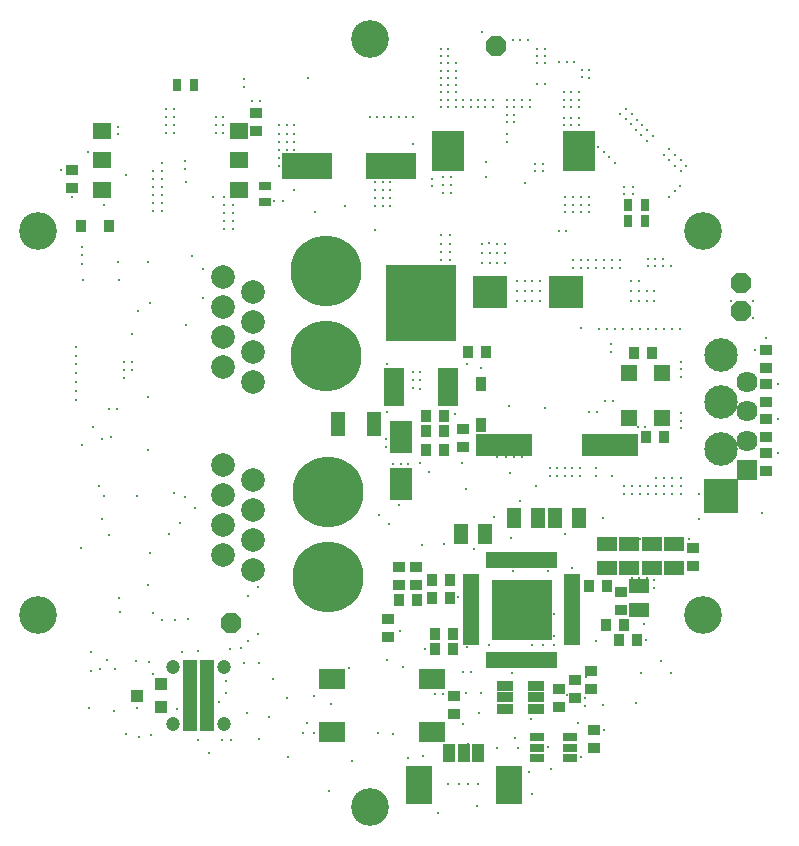
<source format=gts>
G04*
G04 #@! TF.GenerationSoftware,Altium Limited,Altium Designer,22.1.2 (22)*
G04*
G04 Layer_Color=8388736*
%FSLAX25Y25*%
%MOIN*%
G70*
G04*
G04 #@! TF.SameCoordinates,718D4045-E2B1-425D-88C3-508A2C93E544*
G04*
G04*
G04 #@! TF.FilePolarity,Negative*
G04*
G01*
G75*
%ADD55R,0.23635X0.25210*%
%ADD56R,0.07099X0.12611*%
%ADD57R,0.03800X0.04300*%
%ADD58R,0.03472X0.03972*%
%ADD59R,0.18517X0.07296*%
%ADD60R,0.04300X0.03800*%
%ADD61R,0.03359X0.04619*%
%ADD62R,0.07493X0.10642*%
%ADD63R,0.11784X0.10918*%
%ADD64R,0.16548X0.08674*%
%ADD65R,0.05603X0.03241*%
%ADD66R,0.04422X0.04028*%
%ADD67R,0.09068X0.12611*%
%ADD68R,0.03950X0.05918*%
%ADD69R,0.03972X0.03472*%
%ADD70R,0.04973X0.07965*%
%ADD71R,0.04540X0.03162*%
%ADD72R,0.08674X0.06706*%
%ADD73R,0.05524X0.05524*%
%ADD74R,0.04551X0.06551*%
%ADD75R,0.06551X0.04551*%
%ADD76R,0.06800X0.04800*%
%ADD77R,0.04737X0.01981*%
%ADD78R,0.05918X0.05406*%
%ADD79P,0.07360X8X202.5*%
%ADD80P,0.07360X8X292.5*%
%ADD81R,0.03583X0.03976*%
%ADD82R,0.20485X0.20485*%
%ADD83R,0.02060X0.05603*%
%ADD84R,0.05603X0.02060*%
%ADD85R,0.03162X0.03950*%
%ADD86R,0.03950X0.03162*%
%ADD87R,0.11036X0.13398*%
%ADD88C,0.23635*%
%ADD89R,0.07060X0.07060*%
%ADD90C,0.07060*%
%ADD91C,0.00800*%
%ADD92R,0.11194X0.11194*%
%ADD93C,0.11194*%
%ADD94C,0.04737*%
%ADD95C,0.07887*%
%ADD96C,0.12611*%
%ADD97C,0.01181*%
D55*
X16800Y168134D02*
D03*
D56*
X25796Y139866D02*
D03*
X7804D02*
D03*
D57*
X18500Y130300D02*
D03*
X24500D02*
D03*
X18500Y118900D02*
D03*
X24500D02*
D03*
X87900Y151200D02*
D03*
X93900D02*
D03*
X97800Y123300D02*
D03*
X91800D02*
D03*
X27400Y52663D02*
D03*
X21400D02*
D03*
X88900Y55600D02*
D03*
X82900D02*
D03*
X26500Y69630D02*
D03*
X20500D02*
D03*
D58*
X24500Y125300D02*
D03*
X18500D02*
D03*
X32600Y151800D02*
D03*
X38600D02*
D03*
X72896Y73627D02*
D03*
X78896D02*
D03*
X26500Y75700D02*
D03*
X20500D02*
D03*
X78528Y60537D02*
D03*
X84528D02*
D03*
X21500Y57600D02*
D03*
X27500D02*
D03*
X9428Y69137D02*
D03*
X15428D02*
D03*
D59*
X79928Y120537D02*
D03*
X44497D02*
D03*
D60*
X31000Y120000D02*
D03*
Y126000D02*
D03*
X74500Y19700D02*
D03*
Y25700D02*
D03*
X68229Y42437D02*
D03*
Y36437D02*
D03*
X15096Y80127D02*
D03*
Y74127D02*
D03*
X9596Y80127D02*
D03*
Y74127D02*
D03*
X-99600Y212400D02*
D03*
Y206400D02*
D03*
X-38000Y231300D02*
D03*
Y225300D02*
D03*
X5800Y56500D02*
D03*
Y62500D02*
D03*
X73628Y45337D02*
D03*
Y39337D02*
D03*
X83429Y71737D02*
D03*
Y65737D02*
D03*
D61*
X36800Y140850D02*
D03*
Y127150D02*
D03*
D62*
X10300Y107526D02*
D03*
Y123274D02*
D03*
D63*
X65299Y171501D02*
D03*
X39945D02*
D03*
D64*
X6900Y213800D02*
D03*
X-21053D02*
D03*
D65*
X55110Y32760D02*
D03*
Y40240D02*
D03*
X44795D02*
D03*
Y36500D02*
D03*
Y32760D02*
D03*
X55110Y36500D02*
D03*
D66*
X-77737Y37100D02*
D03*
X-69863Y33360D02*
D03*
Y40840D02*
D03*
D67*
X16139Y7187D02*
D03*
X46061Y7187D02*
D03*
D68*
X26179Y18013D02*
D03*
X31100D02*
D03*
X36021Y18013D02*
D03*
D69*
X132000Y129400D02*
D03*
Y123400D02*
D03*
X107400Y80400D02*
D03*
Y86400D02*
D03*
X27900Y30900D02*
D03*
Y36900D02*
D03*
X62828Y39437D02*
D03*
Y33437D02*
D03*
X132000Y111900D02*
D03*
Y117900D02*
D03*
Y134900D02*
D03*
Y140900D02*
D03*
Y146400D02*
D03*
Y152400D02*
D03*
D70*
X-10916Y127600D02*
D03*
X1116D02*
D03*
D71*
X55587Y16454D02*
D03*
Y19800D02*
D03*
Y23146D02*
D03*
X66413Y16454D02*
D03*
Y19800D02*
D03*
Y23146D02*
D03*
D72*
X-12932Y42758D02*
D03*
Y25042D02*
D03*
X20532D02*
D03*
Y42758D02*
D03*
D73*
X97214Y129800D02*
D03*
X86190D02*
D03*
X97214Y144700D02*
D03*
X86190D02*
D03*
D74*
X56000Y96200D02*
D03*
X48000D02*
D03*
X38100Y90903D02*
D03*
X30100D02*
D03*
X61600Y96200D02*
D03*
X69600D02*
D03*
D75*
X78900Y79700D02*
D03*
Y87700D02*
D03*
X101228D02*
D03*
Y79700D02*
D03*
D76*
X89529Y65737D02*
D03*
Y73737D02*
D03*
X86343Y87700D02*
D03*
Y79700D02*
D03*
X93786Y87700D02*
D03*
Y79700D02*
D03*
D77*
X-60169Y26300D02*
D03*
Y28269D02*
D03*
Y30237D02*
D03*
Y32206D02*
D03*
Y34174D02*
D03*
Y36143D02*
D03*
Y38111D02*
D03*
Y40080D02*
D03*
Y42048D02*
D03*
Y44017D02*
D03*
Y45985D02*
D03*
Y47954D02*
D03*
X-54500D02*
D03*
Y45985D02*
D03*
Y44017D02*
D03*
Y42048D02*
D03*
Y40080D02*
D03*
Y38111D02*
D03*
Y36143D02*
D03*
Y34174D02*
D03*
Y32206D02*
D03*
Y30237D02*
D03*
Y28269D02*
D03*
Y26300D02*
D03*
D78*
X-43666Y215580D02*
D03*
X-89571D02*
D03*
X-43666Y205737D02*
D03*
Y225422D02*
D03*
X-89571D02*
D03*
Y205737D02*
D03*
D79*
X123628Y174637D02*
D03*
Y165337D02*
D03*
D80*
X-46500Y61200D02*
D03*
X42000Y253800D02*
D03*
D81*
X-87272Y193700D02*
D03*
X-96328D02*
D03*
D82*
X50428Y65737D02*
D03*
D83*
X61255Y49005D02*
D03*
X59287D02*
D03*
X51413D02*
D03*
X39602Y82469D02*
D03*
X41570D02*
D03*
X43539D02*
D03*
X45507D02*
D03*
X47476D02*
D03*
X49444D02*
D03*
X51413D02*
D03*
X53381D02*
D03*
X55350D02*
D03*
X57318D02*
D03*
X59287D02*
D03*
X61255D02*
D03*
X57318Y49005D02*
D03*
X55350D02*
D03*
X53381D02*
D03*
X49444D02*
D03*
X47476D02*
D03*
X45507D02*
D03*
X43539D02*
D03*
X41570D02*
D03*
X39602D02*
D03*
D84*
X67161Y64753D02*
D03*
Y58847D02*
D03*
Y54910D02*
D03*
X33696D02*
D03*
Y56879D02*
D03*
Y66721D02*
D03*
X67161Y76564D02*
D03*
Y74595D02*
D03*
Y72627D02*
D03*
Y70658D02*
D03*
Y68690D02*
D03*
Y66721D02*
D03*
Y62784D02*
D03*
Y60816D02*
D03*
Y56879D02*
D03*
X33696Y58847D02*
D03*
Y60816D02*
D03*
Y62784D02*
D03*
Y64753D02*
D03*
Y68690D02*
D03*
Y70658D02*
D03*
Y72627D02*
D03*
Y74595D02*
D03*
Y76564D02*
D03*
D85*
X85970Y200600D02*
D03*
X91482D02*
D03*
X91456Y195400D02*
D03*
X85944D02*
D03*
X-58944Y240600D02*
D03*
X-64456D02*
D03*
D86*
X-35200Y207056D02*
D03*
Y201544D02*
D03*
D87*
X69600Y218600D02*
D03*
X25899D02*
D03*
D88*
X-14200Y76789D02*
D03*
Y105135D02*
D03*
X-14700Y178694D02*
D03*
Y150347D02*
D03*
D89*
X125700Y112272D02*
D03*
D90*
Y122114D02*
D03*
Y131957D02*
D03*
Y141799D02*
D03*
D91*
X130386Y97827D02*
D03*
X69071Y27871D02*
D03*
X52929Y11729D02*
D03*
X-41201Y31426D02*
D03*
X36201D02*
D03*
X-57335Y51890D02*
D03*
Y22363D02*
D03*
X-74000Y73919D02*
D03*
Y118919D02*
D03*
Y136680D02*
D03*
Y181680D02*
D03*
D92*
X117000Y103732D02*
D03*
D93*
Y119323D02*
D03*
Y134913D02*
D03*
Y150504D02*
D03*
D94*
X-65799Y27678D02*
D03*
Y46576D02*
D03*
X-48870Y27678D02*
D03*
Y46576D02*
D03*
D95*
X-39000Y108919D02*
D03*
Y98919D02*
D03*
Y88919D02*
D03*
Y78919D02*
D03*
X-49000Y113919D02*
D03*
Y103919D02*
D03*
Y93919D02*
D03*
Y83919D02*
D03*
X-39000Y171680D02*
D03*
Y161680D02*
D03*
Y151680D02*
D03*
Y141680D02*
D03*
X-49000Y176680D02*
D03*
Y166680D02*
D03*
Y156680D02*
D03*
Y146680D02*
D03*
D96*
X0Y255906D02*
D03*
X110810Y191929D02*
D03*
X-110810D02*
D03*
Y63976D02*
D03*
X110810D02*
D03*
X0Y0D02*
D03*
D97*
X92400Y182700D02*
D03*
X95009D02*
D03*
X97618D02*
D03*
X-13900Y5200D02*
D03*
X32000Y105900D02*
D03*
X16600Y144900D02*
D03*
X14127D02*
D03*
X5500Y147700D02*
D03*
X-83900Y69600D02*
D03*
X7723Y122709D02*
D03*
Y120109D02*
D03*
X5161D02*
D03*
X14127Y139484D02*
D03*
Y142150D02*
D03*
X16600D02*
D03*
X-20900Y242900D02*
D03*
X-27808Y213695D02*
D03*
X-25316D02*
D03*
X-27808Y216387D02*
D03*
X-25316D02*
D03*
X-27808Y227171D02*
D03*
X-25316D02*
D03*
X-27808Y224479D02*
D03*
X-25316D02*
D03*
Y221787D02*
D03*
X-27808D02*
D03*
X-25316Y219095D02*
D03*
X-27808D02*
D03*
X-30300Y227171D02*
D03*
Y219072D02*
D03*
Y221772D02*
D03*
Y224471D02*
D03*
X58200Y132900D02*
D03*
X-84100Y181600D02*
D03*
X-83600Y64900D02*
D03*
X-72600Y64500D02*
D03*
X41500Y59400D02*
D03*
X75084Y55184D02*
D03*
X37000Y38000D02*
D03*
X-37300Y57800D02*
D03*
X-7076Y46398D02*
D03*
X1400Y192300D02*
D03*
X-94231Y218269D02*
D03*
X-65600Y104487D02*
D03*
X-37175Y48100D02*
D03*
X-32400Y42500D02*
D03*
X-40678Y55381D02*
D03*
X23700Y190489D02*
D03*
X26528D02*
D03*
X36900Y146200D02*
D03*
X26543Y169660D02*
D03*
Y172352D02*
D03*
Y175044D02*
D03*
X20971Y169660D02*
D03*
Y172352D02*
D03*
Y175044D02*
D03*
X23772Y169660D02*
D03*
Y172352D02*
D03*
Y175044D02*
D03*
X26528Y182413D02*
D03*
Y185105D02*
D03*
Y187797D02*
D03*
X23700D02*
D03*
Y185105D02*
D03*
Y182413D02*
D03*
X-30300Y216400D02*
D03*
Y213671D02*
D03*
X50550Y116700D02*
D03*
X47800D02*
D03*
X45050D02*
D03*
X42300D02*
D03*
X28100Y131000D02*
D03*
X30681Y114603D02*
D03*
X46100Y133800D02*
D03*
X46600Y111300D02*
D03*
X16600Y139400D02*
D03*
X5600Y131480D02*
D03*
X32281Y147700D02*
D03*
X-18501Y198428D02*
D03*
X-8600Y200200D02*
D03*
X-25400Y205500D02*
D03*
X90219Y44600D02*
D03*
X53758Y4400D02*
D03*
X22600Y-2100D02*
D03*
X-289Y229900D02*
D03*
X30800Y45000D02*
D03*
X-18880Y36820D02*
D03*
X-13200Y34365D02*
D03*
X64900Y91100D02*
D03*
X53900Y54000D02*
D03*
X-27500Y16781D02*
D03*
X46900Y89700D02*
D03*
X-6152Y15474D02*
D03*
X78000Y179700D02*
D03*
X-99500Y203200D02*
D03*
X61271Y64174D02*
D03*
X61200Y57100D02*
D03*
X58035D02*
D03*
X21600Y37700D02*
D03*
X24300D02*
D03*
X33500Y45000D02*
D03*
X-85474Y32100D02*
D03*
X-87755Y48935D02*
D03*
X-93169Y45460D02*
D03*
X-90136Y45881D02*
D03*
X-93169Y51500D02*
D03*
X62828Y33437D02*
D03*
X57500Y32760D02*
D03*
X71700Y33700D02*
D03*
X77500Y33900D02*
D03*
X18231Y52631D02*
D03*
X47352Y44700D02*
D03*
X78000Y25700D02*
D03*
X59338Y20138D02*
D03*
X71700Y36154D02*
D03*
X88444Y34600D02*
D03*
X53400Y29300D02*
D03*
X71860Y43441D02*
D03*
X56300Y36500D02*
D03*
X45095D02*
D03*
X39671Y54091D02*
D03*
X65600Y37319D02*
D03*
X26019Y7782D02*
D03*
X12450Y16419D02*
D03*
X87200Y76419D02*
D03*
X92200D02*
D03*
X54800Y64219D02*
D03*
X58035D02*
D03*
X61200Y54100D02*
D03*
X-88800Y103700D02*
D03*
X-86534Y123362D02*
D03*
X-89500Y122600D02*
D03*
X-89300Y96100D02*
D03*
X-90500Y107100D02*
D03*
X-46700Y61200D02*
D03*
X-27734Y36366D02*
D03*
X-33900Y30100D02*
D03*
X-37000Y22626D02*
D03*
X-21132Y27869D02*
D03*
X-53900Y18100D02*
D03*
X-73137Y23863D02*
D03*
X-77137Y23363D02*
D03*
X-81300Y24300D02*
D03*
X-87039Y90800D02*
D03*
X-73500Y84500D02*
D03*
X-43100Y53100D02*
D03*
X-65100Y62200D02*
D03*
X-60700Y62569D02*
D03*
X-77811Y103722D02*
D03*
X-73800Y48400D02*
D03*
X-77710Y32947D02*
D03*
X-96300Y86300D02*
D03*
X-69481Y62181D02*
D03*
X-67136Y90938D02*
D03*
X-62700Y51700D02*
D03*
X-78000Y48800D02*
D03*
X-96200Y120600D02*
D03*
X-92460Y126619D02*
D03*
X-58600Y99500D02*
D03*
X-46700Y52600D02*
D03*
X-40678Y70441D02*
D03*
X31800Y37900D02*
D03*
X30977Y27494D02*
D03*
X-85200Y46100D02*
D03*
X-72600Y44340D02*
D03*
X-93700Y33100D02*
D03*
X-87200Y132500D02*
D03*
X12623Y111800D02*
D03*
X7500D02*
D03*
X10061D02*
D03*
X7500Y114400D02*
D03*
X10061D02*
D03*
X12623D02*
D03*
X6300Y94319D02*
D03*
X9600Y100500D02*
D03*
X41081Y96500D02*
D03*
X5161Y122709D02*
D03*
X32300Y53259D02*
D03*
X57400Y54014D02*
D03*
X65319Y192100D02*
D03*
X62900D02*
D03*
X-84500Y132500D02*
D03*
X-79400Y145750D02*
D03*
X-98200Y135700D02*
D03*
Y138650D02*
D03*
X58200Y250285D02*
D03*
X67900Y248200D02*
D03*
X62900D02*
D03*
X65400D02*
D03*
X72800Y245500D02*
D03*
Y243000D02*
D03*
X70500Y243300D02*
D03*
Y245800D02*
D03*
X55700Y240900D02*
D03*
X58200D02*
D03*
X69500Y227200D02*
D03*
Y229626D02*
D03*
Y233300D02*
D03*
Y238160D02*
D03*
Y235730D02*
D03*
X47400Y255700D02*
D03*
X52400D02*
D03*
X49900D02*
D03*
X64500Y233300D02*
D03*
X53222D02*
D03*
X67000Y235730D02*
D03*
X64500Y238160D02*
D03*
X50610Y233300D02*
D03*
X55700Y252712D02*
D03*
X67000Y238160D02*
D03*
X53222Y235726D02*
D03*
X58200Y247859D02*
D03*
X45387Y233300D02*
D03*
X55700Y250285D02*
D03*
X64500Y235730D02*
D03*
X47999Y235726D02*
D03*
X67000Y233300D02*
D03*
X45387Y235726D02*
D03*
X47999Y233300D02*
D03*
X50610Y235726D02*
D03*
X58200Y252712D02*
D03*
X55700Y247859D02*
D03*
X-73500Y167900D02*
D03*
X67000Y229626D02*
D03*
Y227200D02*
D03*
X64500Y229626D02*
D03*
Y227200D02*
D03*
X24280Y204600D02*
D03*
Y207292D02*
D03*
Y209984D02*
D03*
X-103000Y212400D02*
D03*
X-61500Y160800D02*
D03*
X67161Y79500D02*
D03*
X-42100Y48100D02*
D03*
X-46600Y22400D02*
D03*
X-49600D02*
D03*
X-82100Y148400D02*
D03*
Y143000D02*
D03*
Y145750D02*
D03*
X-79400Y148400D02*
D03*
Y157481D02*
D03*
X-77303Y165240D02*
D03*
X-98200Y144550D02*
D03*
Y141600D02*
D03*
Y147500D02*
D03*
Y150450D02*
D03*
Y153400D02*
D03*
X100300Y44800D02*
D03*
X97000Y48800D02*
D03*
X-95800Y175500D02*
D03*
X-50381Y34881D02*
D03*
X-68150Y39226D02*
D03*
Y34874D02*
D03*
X-48100Y38100D02*
D03*
X-64400Y32500D02*
D03*
X37300Y258300D02*
D03*
X127700Y162900D02*
D03*
X87100Y230900D02*
D03*
X88900Y229100D02*
D03*
X90600Y227300D02*
D03*
X92300Y225500D02*
D03*
X94100Y223700D02*
D03*
X85300Y232700D02*
D03*
X103400Y211900D02*
D03*
X101550Y213750D02*
D03*
X99700Y215600D02*
D03*
X97850Y217450D02*
D03*
X97618Y180200D02*
D03*
X100226D02*
D03*
X92400D02*
D03*
X95009D02*
D03*
X103100Y207000D02*
D03*
X26000Y252742D02*
D03*
X23400D02*
D03*
X26000Y250312D02*
D03*
X23400D02*
D03*
X-84200Y224240D02*
D03*
Y226780D02*
D03*
X99680Y219280D02*
D03*
X101530Y217430D02*
D03*
X101400Y205200D02*
D03*
X87400Y204200D02*
D03*
Y206700D02*
D03*
X84700D02*
D03*
Y204200D02*
D03*
X97786Y159400D02*
D03*
X100471D02*
D03*
X103157D02*
D03*
X77600Y96400D02*
D03*
X-42100Y242600D02*
D03*
Y240000D02*
D03*
X-63400Y94800D02*
D03*
X95100Y159400D02*
D03*
X35600Y200D02*
D03*
X2500Y24558D02*
D03*
X9814Y58586D02*
D03*
X41500Y66319D02*
D03*
X58035Y66825D02*
D03*
X54800Y66800D02*
D03*
X91300Y60900D02*
D03*
X49300Y19700D02*
D03*
X48100Y23046D02*
D03*
X60200Y12700D02*
D03*
X32500Y15327D02*
D03*
X32600Y21100D02*
D03*
X17600Y17123D02*
D03*
X36000Y7782D02*
D03*
X29400D02*
D03*
X32700D02*
D03*
X42116Y19700D02*
D03*
X70200Y16500D02*
D03*
X-61700Y103400D02*
D03*
X90000Y89400D02*
D03*
X-22500Y24600D02*
D03*
X-18750D02*
D03*
X29200Y69900D02*
D03*
X5644Y49069D02*
D03*
X10909Y46760D02*
D03*
X19500Y111622D02*
D03*
X47476Y78546D02*
D03*
X59273Y78481D02*
D03*
X91900Y55500D02*
D03*
X-88800Y200500D02*
D03*
X-37300Y73200D02*
D03*
X-39557Y235300D02*
D03*
X-36900D02*
D03*
X-59400Y183700D02*
D03*
X-55900Y179400D02*
D03*
X-83900Y175500D02*
D03*
X34600Y86100D02*
D03*
X131900Y156200D02*
D03*
X128100Y152400D02*
D03*
X135900Y140900D02*
D03*
Y129400D02*
D03*
Y117900D02*
D03*
X109500Y96000D02*
D03*
Y104300D02*
D03*
X81000Y135400D02*
D03*
X78300D02*
D03*
X7500Y24400D02*
D03*
X76300Y159400D02*
D03*
X75666Y131633D02*
D03*
X73000D02*
D03*
X89100Y126800D02*
D03*
X91600D02*
D03*
X103402Y126200D02*
D03*
Y128700D02*
D03*
Y131200D02*
D03*
X50000Y102000D02*
D03*
X55100Y106900D02*
D03*
X103400Y148400D02*
D03*
Y145900D02*
D03*
Y143400D02*
D03*
X80650Y110200D02*
D03*
X16400Y114603D02*
D03*
X-81472Y210737D02*
D03*
X-85900Y192100D02*
D03*
Y194802D02*
D03*
X-52500Y203400D02*
D03*
X-72469Y198781D02*
D03*
X-55800Y169800D02*
D03*
X103380Y215580D02*
D03*
X105230Y213730D02*
D03*
X-69600Y214697D02*
D03*
X-96000Y186800D02*
D03*
Y183850D02*
D03*
X-88500Y194802D02*
D03*
Y192100D02*
D03*
X106200Y89400D02*
D03*
X103400Y109700D02*
D03*
Y107000D02*
D03*
Y104300D02*
D03*
X100700Y109700D02*
D03*
Y107000D02*
D03*
Y104300D02*
D03*
X94600Y73000D02*
D03*
Y75500D02*
D03*
X89700Y76419D02*
D03*
X64800Y110200D02*
D03*
X-48700Y203400D02*
D03*
Y200700D02*
D03*
X-45900D02*
D03*
Y198000D02*
D03*
Y195300D02*
D03*
Y192600D02*
D03*
X-48700D02*
D03*
Y195300D02*
D03*
Y198000D02*
D03*
X45531Y224247D02*
D03*
X120100Y168500D02*
D03*
X127500D02*
D03*
X83300Y231100D02*
D03*
X74200Y221800D02*
D03*
X70100Y159600D02*
D03*
X92414Y159400D02*
D03*
X89728D02*
D03*
X87043D02*
D03*
X84357D02*
D03*
X81671D02*
D03*
X78986D02*
D03*
X80100Y154300D02*
D03*
Y151700D02*
D03*
X75100Y110200D02*
D03*
X62274D02*
D03*
X59773D02*
D03*
X67273D02*
D03*
X69774D02*
D03*
Y112866D02*
D03*
X67273D02*
D03*
X59773D02*
D03*
X62274D02*
D03*
X64773D02*
D03*
X45387Y230800D02*
D03*
Y228300D02*
D03*
X40751Y235730D02*
D03*
X38321D02*
D03*
X35891D02*
D03*
X33461D02*
D03*
X31030D02*
D03*
X23400Y247882D02*
D03*
Y245451D02*
D03*
Y243021D02*
D03*
Y240591D02*
D03*
Y238160D02*
D03*
Y235730D02*
D03*
Y233300D02*
D03*
X-72469Y212040D02*
D03*
Y201413D02*
D03*
Y206727D02*
D03*
Y204070D02*
D03*
Y209384D02*
D03*
X-49000Y230000D02*
D03*
Y227343D02*
D03*
Y224687D02*
D03*
X-51500D02*
D03*
Y227343D02*
D03*
Y230000D02*
D03*
X-65427Y224757D02*
D03*
Y230070D02*
D03*
Y227414D02*
D03*
Y232727D02*
D03*
X-68148Y224757D02*
D03*
Y227414D02*
D03*
Y230070D02*
D03*
Y232727D02*
D03*
X-61600Y208300D02*
D03*
X-69600Y198757D02*
D03*
Y201413D02*
D03*
Y204070D02*
D03*
Y206727D02*
D03*
Y212040D02*
D03*
Y209384D02*
D03*
X-61719Y212760D02*
D03*
X64800Y203300D02*
D03*
Y200750D02*
D03*
Y198200D02*
D03*
X67500D02*
D03*
Y200750D02*
D03*
Y203300D02*
D03*
X70200Y198300D02*
D03*
Y200800D02*
D03*
Y203300D02*
D03*
X72900D02*
D03*
Y200800D02*
D03*
Y198300D02*
D03*
X92100Y222100D02*
D03*
X90300Y223900D02*
D03*
X88600Y225700D02*
D03*
X86900Y227500D02*
D03*
X85100Y229300D02*
D03*
X76000Y220000D02*
D03*
X77800Y218200D02*
D03*
X79600Y216500D02*
D03*
X81400Y214800D02*
D03*
X79600Y216500D02*
D03*
X-32000Y201937D02*
D03*
X80650Y179700D02*
D03*
X75350D02*
D03*
X67400D02*
D03*
X70050D02*
D03*
X72700D02*
D03*
X83300D02*
D03*
Y182200D02*
D03*
X72700D02*
D03*
X70050D02*
D03*
X67400D02*
D03*
X51500Y208100D02*
D03*
X47999Y228300D02*
D03*
Y230800D02*
D03*
X54800Y211900D02*
D03*
Y214400D02*
D03*
X57400Y211900D02*
D03*
Y214400D02*
D03*
X99600Y203400D02*
D03*
X11862Y229900D02*
D03*
X9432D02*
D03*
X7001D02*
D03*
X4571D02*
D03*
X2141D02*
D03*
X26000Y233300D02*
D03*
Y235730D02*
D03*
Y238160D02*
D03*
Y240591D02*
D03*
Y243021D02*
D03*
Y245451D02*
D03*
Y247882D02*
D03*
X28600D02*
D03*
Y245451D02*
D03*
Y243021D02*
D03*
Y240591D02*
D03*
Y238160D02*
D03*
Y235730D02*
D03*
X31030Y233300D02*
D03*
X28600D02*
D03*
X33461D02*
D03*
X35891D02*
D03*
X38321D02*
D03*
X40751D02*
D03*
X26880Y209984D02*
D03*
Y207292D02*
D03*
Y204600D02*
D03*
X20700Y207000D02*
D03*
X14200Y220900D02*
D03*
X20700Y209383D02*
D03*
X3000Y97400D02*
D03*
X18200Y175044D02*
D03*
Y172352D02*
D03*
Y169660D02*
D03*
X15400Y175044D02*
D03*
Y172352D02*
D03*
Y169660D02*
D03*
X12629D02*
D03*
Y172352D02*
D03*
Y175044D02*
D03*
X4116Y200324D02*
D03*
X1624D02*
D03*
X6608D02*
D03*
X4116Y203016D02*
D03*
X1624D02*
D03*
X6608D02*
D03*
Y205708D02*
D03*
X1624D02*
D03*
X4116D02*
D03*
X6608Y208400D02*
D03*
Y214284D02*
D03*
Y211292D02*
D03*
X4116D02*
D03*
Y214284D02*
D03*
X1624Y211292D02*
D03*
Y214284D02*
D03*
X4116Y208400D02*
D03*
X14292Y229900D02*
D03*
X48783Y168600D02*
D03*
X51392D02*
D03*
X54001Y168609D02*
D03*
X56609D02*
D03*
X51392Y175181D02*
D03*
X48783D02*
D03*
X54001D02*
D03*
X51392Y171890D02*
D03*
X48783D02*
D03*
X54001D02*
D03*
X94700Y168609D02*
D03*
X92091D02*
D03*
Y171890D02*
D03*
X94700D02*
D03*
X89482Y168600D02*
D03*
X86874D02*
D03*
X98000Y104300D02*
D03*
X95300D02*
D03*
X92600D02*
D03*
X89900D02*
D03*
X87200D02*
D03*
X84500D02*
D03*
X95300Y109700D02*
D03*
X84500Y107000D02*
D03*
X87200D02*
D03*
X89900D02*
D03*
X92600D02*
D03*
X95300D02*
D03*
X98000D02*
D03*
Y109700D02*
D03*
X75100Y112866D02*
D03*
X-96000Y180900D02*
D03*
X-61719Y215300D02*
D03*
X85600Y145000D02*
D03*
X75350Y182200D02*
D03*
X78000D02*
D03*
X80650D02*
D03*
X123628Y165337D02*
D03*
X-48100Y41900D02*
D03*
X45500Y221600D02*
D03*
X38605Y215094D02*
D03*
Y210094D02*
D03*
X1624Y208400D02*
D03*
X37100Y184500D02*
D03*
X44905Y181200D02*
D03*
X42279D02*
D03*
Y184500D02*
D03*
X39752Y181228D02*
D03*
X37100Y187800D02*
D03*
X39752Y184529D02*
D03*
X44905Y187800D02*
D03*
X37100Y181200D02*
D03*
X39652Y187829D02*
D03*
X42279Y187800D02*
D03*
X44905Y184500D02*
D03*
X56609Y171890D02*
D03*
Y175181D02*
D03*
X24600Y87600D02*
D03*
X89482Y175181D02*
D03*
X86874D02*
D03*
Y171890D02*
D03*
X89482D02*
D03*
X-29272Y201937D02*
D03*
X17328Y87337D02*
D03*
M02*

</source>
